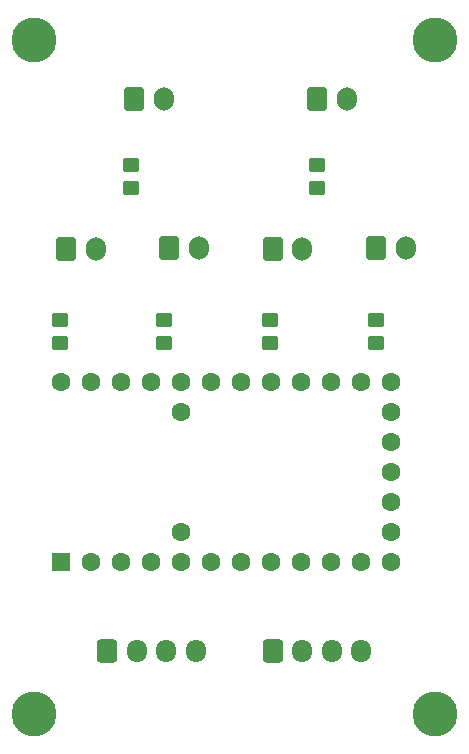
<source format=gbr>
%TF.GenerationSoftware,KiCad,Pcbnew,8.0.4*%
%TF.CreationDate,2024-08-04T23:06:54+09:00*%
%TF.ProjectId,sdvx,73647678-2e6b-4696-9361-645f70636258,rev?*%
%TF.SameCoordinates,Original*%
%TF.FileFunction,Soldermask,Top*%
%TF.FilePolarity,Negative*%
%FSLAX46Y46*%
G04 Gerber Fmt 4.6, Leading zero omitted, Abs format (unit mm)*
G04 Created by KiCad (PCBNEW 8.0.4) date 2024-08-04 23:06:54*
%MOMM*%
%LPD*%
G01*
G04 APERTURE LIST*
G04 Aperture macros list*
%AMRoundRect*
0 Rectangle with rounded corners*
0 $1 Rounding radius*
0 $2 $3 $4 $5 $6 $7 $8 $9 X,Y pos of 4 corners*
0 Add a 4 corners polygon primitive as box body*
4,1,4,$2,$3,$4,$5,$6,$7,$8,$9,$2,$3,0*
0 Add four circle primitives for the rounded corners*
1,1,$1+$1,$2,$3*
1,1,$1+$1,$4,$5*
1,1,$1+$1,$6,$7*
1,1,$1+$1,$8,$9*
0 Add four rect primitives between the rounded corners*
20,1,$1+$1,$2,$3,$4,$5,0*
20,1,$1+$1,$4,$5,$6,$7,0*
20,1,$1+$1,$6,$7,$8,$9,0*
20,1,$1+$1,$8,$9,$2,$3,0*%
G04 Aperture macros list end*
%ADD10RoundRect,0.250000X0.450000X-0.350000X0.450000X0.350000X-0.450000X0.350000X-0.450000X-0.350000X0*%
%ADD11RoundRect,0.250000X-0.600000X-0.750000X0.600000X-0.750000X0.600000X0.750000X-0.600000X0.750000X0*%
%ADD12O,1.700000X2.000000*%
%ADD13C,3.800000*%
%ADD14RoundRect,0.250000X-0.600000X-0.725000X0.600000X-0.725000X0.600000X0.725000X-0.600000X0.725000X0*%
%ADD15O,1.700000X1.950000*%
%ADD16R,1.600000X1.600000*%
%ADD17C,1.600000*%
G04 APERTURE END LIST*
D10*
%TO.C,R3*%
X151000000Y-75525000D03*
X151000000Y-73525000D03*
%TD*%
D11*
%TO.C,FX-R1*%
X151000000Y-68000000D03*
D12*
X153500000Y-68000000D03*
%TD*%
D10*
%TO.C,R6*%
X156000000Y-88645000D03*
X156000000Y-86645000D03*
%TD*%
%TO.C,R2*%
X135250000Y-75525000D03*
X135250000Y-73525000D03*
%TD*%
D13*
%TO.C,REF\u002A\u002A*%
X127000000Y-120000000D03*
%TD*%
D11*
%TO.C,FX-L1*%
X135500000Y-68000000D03*
D12*
X138000000Y-68000000D03*
%TD*%
D10*
%TO.C,R1*%
X129220000Y-88645000D03*
X129220000Y-86645000D03*
%TD*%
%TO.C,R4*%
X138000000Y-88645000D03*
X138000000Y-86645000D03*
%TD*%
D13*
%TO.C,REF\u002A\u002A*%
X127000000Y-63000000D03*
%TD*%
D14*
%TO.C,VOL-R1*%
X147250000Y-114725000D03*
D15*
X149750000Y-114725000D03*
X152250000Y-114725000D03*
X154750000Y-114725000D03*
%TD*%
D11*
%TO.C,BT-C1*%
X147250000Y-80645000D03*
D12*
X149750000Y-80645000D03*
%TD*%
D13*
%TO.C,REF\u002A\u002A*%
X161000000Y-120000000D03*
%TD*%
D11*
%TO.C,BT-A1*%
X129750000Y-80645000D03*
D12*
X132250000Y-80645000D03*
%TD*%
D11*
%TO.C,BT-B1*%
X138500000Y-80620000D03*
D12*
X141000000Y-80620000D03*
%TD*%
D11*
%TO.C,BT-D1*%
X156000000Y-80620000D03*
D12*
X158500000Y-80620000D03*
%TD*%
D14*
%TO.C,VOL-L1*%
X133250000Y-114700000D03*
D15*
X135750000Y-114700000D03*
X138250000Y-114700000D03*
X140750000Y-114700000D03*
%TD*%
D16*
%TO.C,U1*%
X129280000Y-107145000D03*
D17*
X131820000Y-107145000D03*
X134360000Y-107145000D03*
X136900000Y-107145000D03*
X139440000Y-107145000D03*
X141980000Y-107145000D03*
X144520000Y-107145000D03*
X147060000Y-107145000D03*
X149600000Y-107145000D03*
X152140000Y-107145000D03*
X154680000Y-107145000D03*
X157220000Y-107145000D03*
X157220000Y-104605000D03*
X157220000Y-102065000D03*
X157220000Y-99525000D03*
X157220000Y-96985000D03*
X157220000Y-94445000D03*
X157220000Y-91905000D03*
X154680000Y-91905000D03*
X152140000Y-91905000D03*
X149600000Y-91905000D03*
X147060000Y-91905000D03*
X144520000Y-91905000D03*
X141980000Y-91905000D03*
X139440000Y-91905000D03*
X136900000Y-91905000D03*
X134360000Y-91905000D03*
X131820000Y-91905000D03*
X129280000Y-91905000D03*
X139440000Y-104605000D03*
X139440000Y-94445000D03*
%TD*%
D13*
%TO.C,REF\u002A\u002A*%
X161000000Y-63000000D03*
%TD*%
D10*
%TO.C,R5*%
X147000000Y-88645000D03*
X147000000Y-86645000D03*
%TD*%
M02*

</source>
